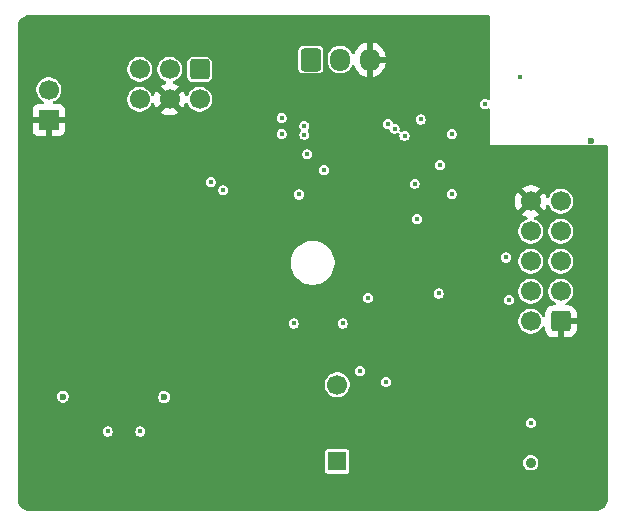
<source format=gbr>
%TF.GenerationSoftware,KiCad,Pcbnew,9.0.2*%
%TF.CreationDate,2025-06-19T10:12:08+02:00*%
%TF.ProjectId,Robobuoy-Sub-CPU-v2_1,526f626f-6275-46f7-992d-5375622d4350,2.0*%
%TF.SameCoordinates,Original*%
%TF.FileFunction,Copper,L2,Inr*%
%TF.FilePolarity,Positive*%
%FSLAX46Y46*%
G04 Gerber Fmt 4.6, Leading zero omitted, Abs format (unit mm)*
G04 Created by KiCad (PCBNEW 9.0.2) date 2025-06-19 10:12:08*
%MOMM*%
%LPD*%
G01*
G04 APERTURE LIST*
G04 Aperture macros list*
%AMRoundRect*
0 Rectangle with rounded corners*
0 $1 Rounding radius*
0 $2 $3 $4 $5 $6 $7 $8 $9 X,Y pos of 4 corners*
0 Add a 4 corners polygon primitive as box body*
4,1,4,$2,$3,$4,$5,$6,$7,$8,$9,$2,$3,0*
0 Add four circle primitives for the rounded corners*
1,1,$1+$1,$2,$3*
1,1,$1+$1,$4,$5*
1,1,$1+$1,$6,$7*
1,1,$1+$1,$8,$9*
0 Add four rect primitives between the rounded corners*
20,1,$1+$1,$2,$3,$4,$5,0*
20,1,$1+$1,$4,$5,$6,$7,0*
20,1,$1+$1,$6,$7,$8,$9,0*
20,1,$1+$1,$8,$9,$2,$3,0*%
G04 Aperture macros list end*
%TA.AperFunction,ComponentPad*%
%ADD10RoundRect,0.250000X-0.600000X0.600000X-0.600000X-0.600000X0.600000X-0.600000X0.600000X0.600000X0*%
%TD*%
%TA.AperFunction,ComponentPad*%
%ADD11C,1.700000*%
%TD*%
%TA.AperFunction,ComponentPad*%
%ADD12RoundRect,0.250000X0.600000X0.600000X-0.600000X0.600000X-0.600000X-0.600000X0.600000X-0.600000X0*%
%TD*%
%TA.AperFunction,ComponentPad*%
%ADD13RoundRect,0.250000X-0.600000X-0.725000X0.600000X-0.725000X0.600000X0.725000X-0.600000X0.725000X0*%
%TD*%
%TA.AperFunction,ComponentPad*%
%ADD14O,1.700000X1.950000*%
%TD*%
%TA.AperFunction,ComponentPad*%
%ADD15R,1.700000X1.700000*%
%TD*%
%TA.AperFunction,ComponentPad*%
%ADD16R,1.650000X1.650000*%
%TD*%
%TA.AperFunction,ViaPad*%
%ADD17C,0.450000*%
%TD*%
%TA.AperFunction,ViaPad*%
%ADD18C,0.600000*%
%TD*%
%TA.AperFunction,ViaPad*%
%ADD19C,0.800000*%
%TD*%
%TA.AperFunction,ViaPad*%
%ADD20C,0.900000*%
%TD*%
G04 APERTURE END LIST*
D10*
%TO.N,EN*%
%TO.C,J101*%
X-9577600Y16383000D03*
D11*
%TO.N,+3.3V*%
X-9577600Y13843000D03*
%TO.N,TX*%
X-12117600Y16383000D03*
%TO.N,GND*%
X-12117600Y13843000D03*
%TO.N,RX*%
X-14657600Y16383000D03*
%TO.N,DR0*%
X-14657600Y13843000D03*
%TD*%
D12*
%TO.N,GND*%
%TO.C,J108*%
X21004000Y-4953000D03*
D11*
%TO.N,+5V*%
X18464000Y-4953000D03*
%TO.N,ESC_BB*%
X21004000Y-2413000D03*
%TO.N,VSAMP*%
X18464000Y-2413000D03*
%TO.N,ESC_BB_PWR*%
X21004000Y127000D03*
%TO.N,ESC_SB*%
X18464000Y127000D03*
%TO.N,ON*%
X21004000Y2667000D03*
%TO.N,ESC_SB_PWR*%
X18464000Y2667000D03*
%TO.N,COMM*%
X21004000Y5207000D03*
%TO.N,GND*%
X18464000Y5207000D03*
%TD*%
D13*
%TO.N,+5V*%
%TO.C,J103*%
X-165000Y17212800D03*
D14*
%TO.N,Net-(J103-Pin_2)*%
X2335000Y17212800D03*
%TO.N,GND*%
X4835000Y17212800D03*
%TD*%
D15*
%TO.N,GND*%
%TO.C,SW101*%
X-22353800Y12110800D03*
D11*
%TO.N,EN*%
X-22353800Y14650800D03*
%TD*%
D16*
%TO.N,+5V*%
%TO.C,BZ101*%
X2082800Y-16813600D03*
D11*
%TO.N,Net-(BZ101--)*%
X2082800Y-10313600D03*
%TD*%
D17*
%TO.N,GND*%
X9829800Y-5384800D03*
D18*
X16687800Y-11252200D03*
D17*
X-7708900Y-11315700D03*
D19*
X-23954000Y-12877800D03*
D18*
X14986000Y-12319000D03*
D17*
X-11252200Y-18029000D03*
D19*
X-23291800Y16129000D03*
D17*
X-6299200Y-5588000D03*
D18*
X9656150Y-15853750D03*
D17*
X2286000Y5334000D03*
D19*
X-21691600Y-15367000D03*
D18*
X10197400Y-14655800D03*
D19*
X-18338800Y-10541000D03*
X-23954000Y-11353800D03*
D17*
X11582400Y-3378200D03*
D18*
X14044400Y19393000D03*
D19*
X-23895700Y-9530700D03*
D17*
X9880600Y1752600D03*
D18*
X14146000Y16002000D03*
D17*
X-2133600Y5537200D03*
X12496800Y4470400D03*
X-15643000Y-733000D03*
D18*
X23544000Y10337800D03*
D17*
X1374913Y13211313D03*
D19*
X-19648000Y-11328400D03*
D18*
X9621750Y-13390650D03*
D17*
X7620000Y8890000D03*
X3810000Y10160000D03*
X-4114800Y-5588000D03*
D20*
%TO.N,+5V*%
X18465800Y-16916400D03*
D17*
X11760200Y5827400D03*
X18491200Y-13538200D03*
X16623400Y-3112400D03*
X11760200Y10922000D03*
%TO.N,ESC_SB_PWR*%
X965200Y7874000D03*
X8636000Y6705600D03*
%TO.N,ESC_BB*%
X4673600Y-2946400D03*
X10668000Y-2590800D03*
%TO.N,ESC_SB*%
X6197600Y-10058400D03*
X4013200Y-9144000D03*
%TO.N,ON*%
X16357600Y457200D03*
%TO.N,+3.3V*%
X9144000Y12141200D03*
X8839200Y3708400D03*
D18*
X-12585000Y-11353800D03*
X-21148000Y-11328400D03*
D17*
X7772400Y10769600D03*
X10769600Y8280400D03*
%TO.N,SWITCH*%
X-17348200Y-14274800D03*
X-14605000Y-14274800D03*
%TO.N,LEDS*%
X2540000Y-5130800D03*
X-1600200Y-5130800D03*
%TO.N,Net-(U101-SDA{slash}GPIO21)*%
X6934200Y11353800D03*
X-2639600Y10925750D03*
X14554200Y13462000D03*
X-711200Y10845800D03*
%TO.N,Net-(U101-SCL{slash}GPIO22)*%
X-711200Y11582400D03*
X-2639600Y12263810D03*
X17576800Y15697200D03*
X6388100Y11747500D03*
%TO.N,RX_SUB*%
X-8636000Y6858000D03*
X-457200Y9194800D03*
%TO.N,TX_SUB*%
X-1158200Y5791200D03*
X-7569200Y6146800D03*
%TD*%
%TA.AperFunction,Conductor*%
%TO.N,GND*%
G36*
X14943039Y20969815D02*
G01*
X14988794Y20917011D01*
X15000000Y20865500D01*
X15000000Y13910717D01*
X14980315Y13843678D01*
X14927511Y13797923D01*
X14858353Y13787979D01*
X14814000Y13803330D01*
X14718439Y13858502D01*
X14718438Y13858503D01*
X14718437Y13858503D01*
X14610218Y13887500D01*
X14498182Y13887500D01*
X14389963Y13858503D01*
X14389960Y13858502D01*
X14292940Y13802487D01*
X14292934Y13802483D01*
X14213717Y13723266D01*
X14213713Y13723260D01*
X14157698Y13626240D01*
X14157697Y13626237D01*
X14128700Y13518018D01*
X14128700Y13405982D01*
X14157697Y13297763D01*
X14213715Y13200737D01*
X14292937Y13121515D01*
X14389963Y13065497D01*
X14498182Y13036500D01*
X14498184Y13036500D01*
X14610216Y13036500D01*
X14610218Y13036500D01*
X14718437Y13065497D01*
X14814002Y13120672D01*
X14881900Y13137144D01*
X14947927Y13114292D01*
X14991117Y13059371D01*
X15000000Y13013284D01*
X15000000Y10000000D01*
X24865500Y10000000D01*
X24932539Y9980315D01*
X24978294Y9927511D01*
X24989500Y9876000D01*
X24989500Y-19994587D01*
X24989028Y-20005394D01*
X24989028Y-20005395D01*
X24975412Y-20161017D01*
X24971659Y-20182303D01*
X24932633Y-20327950D01*
X24925240Y-20348261D01*
X24861517Y-20484915D01*
X24850710Y-20503633D01*
X24764220Y-20627154D01*
X24750326Y-20643712D01*
X24643712Y-20750326D01*
X24627154Y-20764220D01*
X24503633Y-20850710D01*
X24484915Y-20861517D01*
X24348261Y-20925240D01*
X24327950Y-20932633D01*
X24182303Y-20971659D01*
X24161017Y-20975412D01*
X24027247Y-20987116D01*
X24005393Y-20989028D01*
X23994588Y-20989500D01*
X-23994588Y-20989500D01*
X-24005394Y-20989028D01*
X-24030416Y-20986838D01*
X-24161018Y-20975412D01*
X-24182304Y-20971659D01*
X-24327951Y-20932633D01*
X-24348262Y-20925240D01*
X-24484916Y-20861517D01*
X-24503634Y-20850710D01*
X-24627155Y-20764220D01*
X-24643713Y-20750326D01*
X-24750327Y-20643712D01*
X-24764221Y-20627154D01*
X-24850711Y-20503633D01*
X-24861518Y-20484915D01*
X-24925241Y-20348261D01*
X-24932634Y-20327950D01*
X-24971662Y-20182297D01*
X-24975413Y-20161016D01*
X-24989028Y-20005394D01*
X-24989500Y-19994587D01*
X-24989500Y-15968847D01*
X1057300Y-15968847D01*
X1057300Y-17658352D01*
X1068931Y-17716829D01*
X1068932Y-17716830D01*
X1113247Y-17783152D01*
X1179569Y-17827467D01*
X1179570Y-17827468D01*
X1238047Y-17839099D01*
X1238050Y-17839100D01*
X1238052Y-17839100D01*
X2927550Y-17839100D01*
X2927551Y-17839099D01*
X2942368Y-17836152D01*
X2986029Y-17827468D01*
X2986029Y-17827467D01*
X2986031Y-17827467D01*
X3052352Y-17783152D01*
X3096667Y-17716831D01*
X3096667Y-17716829D01*
X3096668Y-17716829D01*
X3108299Y-17658352D01*
X3108300Y-17658350D01*
X3108300Y-16980471D01*
X17815299Y-16980471D01*
X17840297Y-17106138D01*
X17840299Y-17106144D01*
X17889333Y-17224524D01*
X17889338Y-17224533D01*
X17960523Y-17331068D01*
X17960526Y-17331072D01*
X18051127Y-17421673D01*
X18051131Y-17421676D01*
X18157666Y-17492861D01*
X18157672Y-17492864D01*
X18157673Y-17492865D01*
X18276056Y-17541901D01*
X18276060Y-17541901D01*
X18276061Y-17541902D01*
X18401728Y-17566900D01*
X18401731Y-17566900D01*
X18529871Y-17566900D01*
X18614415Y-17550082D01*
X18655544Y-17541901D01*
X18773927Y-17492865D01*
X18880469Y-17421676D01*
X18971076Y-17331069D01*
X19042265Y-17224527D01*
X19091301Y-17106144D01*
X19116300Y-16980469D01*
X19116300Y-16852331D01*
X19116300Y-16852328D01*
X19091302Y-16726661D01*
X19091301Y-16726660D01*
X19091301Y-16726656D01*
X19042265Y-16608273D01*
X19042264Y-16608272D01*
X19042261Y-16608266D01*
X18971076Y-16501731D01*
X18971073Y-16501727D01*
X18880472Y-16411126D01*
X18880468Y-16411123D01*
X18773933Y-16339938D01*
X18773924Y-16339933D01*
X18655544Y-16290899D01*
X18655538Y-16290897D01*
X18529871Y-16265900D01*
X18529869Y-16265900D01*
X18401731Y-16265900D01*
X18401729Y-16265900D01*
X18276061Y-16290897D01*
X18276055Y-16290899D01*
X18157675Y-16339933D01*
X18157666Y-16339938D01*
X18051131Y-16411123D01*
X18051127Y-16411126D01*
X17960526Y-16501727D01*
X17960523Y-16501731D01*
X17889338Y-16608266D01*
X17889333Y-16608275D01*
X17840299Y-16726655D01*
X17840297Y-16726661D01*
X17815300Y-16852328D01*
X17815300Y-16852331D01*
X17815300Y-16980469D01*
X17815300Y-16980471D01*
X17815299Y-16980471D01*
X3108300Y-16980471D01*
X3108300Y-15968849D01*
X3108299Y-15968847D01*
X3096668Y-15910370D01*
X3096667Y-15910369D01*
X3052352Y-15844047D01*
X2986030Y-15799732D01*
X2986029Y-15799731D01*
X2927552Y-15788100D01*
X2927548Y-15788100D01*
X1238052Y-15788100D01*
X1238047Y-15788100D01*
X1179570Y-15799731D01*
X1179569Y-15799732D01*
X1113247Y-15844047D01*
X1068932Y-15910369D01*
X1068931Y-15910370D01*
X1057300Y-15968847D01*
X-24989500Y-15968847D01*
X-24989500Y-14218782D01*
X-17773700Y-14218782D01*
X-17773700Y-14330818D01*
X-17744703Y-14439037D01*
X-17688685Y-14536063D01*
X-17609463Y-14615285D01*
X-17512437Y-14671303D01*
X-17404218Y-14700300D01*
X-17404216Y-14700300D01*
X-17292184Y-14700300D01*
X-17292182Y-14700300D01*
X-17183963Y-14671303D01*
X-17086937Y-14615285D01*
X-17007715Y-14536063D01*
X-16951697Y-14439037D01*
X-16922700Y-14330818D01*
X-16922700Y-14218782D01*
X-15030500Y-14218782D01*
X-15030500Y-14330818D01*
X-15001503Y-14439037D01*
X-14945485Y-14536063D01*
X-14866263Y-14615285D01*
X-14769237Y-14671303D01*
X-14661018Y-14700300D01*
X-14661016Y-14700300D01*
X-14548984Y-14700300D01*
X-14548982Y-14700300D01*
X-14440763Y-14671303D01*
X-14343737Y-14615285D01*
X-14264515Y-14536063D01*
X-14208497Y-14439037D01*
X-14179500Y-14330818D01*
X-14179500Y-14218782D01*
X-14208497Y-14110563D01*
X-14264515Y-14013537D01*
X-14343737Y-13934315D01*
X-14440763Y-13878297D01*
X-14548982Y-13849300D01*
X-14661018Y-13849300D01*
X-14769237Y-13878297D01*
X-14769240Y-13878298D01*
X-14866260Y-13934313D01*
X-14866266Y-13934317D01*
X-14945483Y-14013534D01*
X-14945487Y-14013540D01*
X-15001502Y-14110560D01*
X-15001503Y-14110563D01*
X-15030500Y-14218782D01*
X-16922700Y-14218782D01*
X-16951697Y-14110563D01*
X-17007715Y-14013537D01*
X-17086937Y-13934315D01*
X-17183963Y-13878297D01*
X-17292182Y-13849300D01*
X-17404218Y-13849300D01*
X-17512437Y-13878297D01*
X-17512440Y-13878298D01*
X-17609460Y-13934313D01*
X-17609466Y-13934317D01*
X-17688683Y-14013534D01*
X-17688687Y-14013540D01*
X-17744702Y-14110560D01*
X-17744703Y-14110563D01*
X-17773700Y-14218782D01*
X-24989500Y-14218782D01*
X-24989500Y-13482182D01*
X18065700Y-13482182D01*
X18065700Y-13594218D01*
X18094697Y-13702437D01*
X18150715Y-13799463D01*
X18229937Y-13878685D01*
X18326963Y-13934703D01*
X18435182Y-13963700D01*
X18435184Y-13963700D01*
X18547216Y-13963700D01*
X18547218Y-13963700D01*
X18655437Y-13934703D01*
X18752463Y-13878685D01*
X18831685Y-13799463D01*
X18887703Y-13702437D01*
X18916700Y-13594218D01*
X18916700Y-13482182D01*
X18887703Y-13373963D01*
X18831685Y-13276937D01*
X18752463Y-13197715D01*
X18655437Y-13141697D01*
X18547218Y-13112700D01*
X18435182Y-13112700D01*
X18326963Y-13141697D01*
X18326960Y-13141698D01*
X18229940Y-13197713D01*
X18229934Y-13197717D01*
X18150717Y-13276934D01*
X18150713Y-13276940D01*
X18094698Y-13373960D01*
X18094697Y-13373963D01*
X18065700Y-13482182D01*
X-24989500Y-13482182D01*
X-24989500Y-11262508D01*
X-21648500Y-11262508D01*
X-21648500Y-11394291D01*
X-21614392Y-11521587D01*
X-21599727Y-11546987D01*
X-21548500Y-11635714D01*
X-21455314Y-11728900D01*
X-21341186Y-11794792D01*
X-21213892Y-11828900D01*
X-21213890Y-11828900D01*
X-21082110Y-11828900D01*
X-21082108Y-11828900D01*
X-20954814Y-11794792D01*
X-20840686Y-11728900D01*
X-20747500Y-11635714D01*
X-20681608Y-11521586D01*
X-20647500Y-11394292D01*
X-20647500Y-11287908D01*
X-13085500Y-11287908D01*
X-13085500Y-11419691D01*
X-13051392Y-11546987D01*
X-13018446Y-11604050D01*
X-12985500Y-11661114D01*
X-12892314Y-11754300D01*
X-12778186Y-11820192D01*
X-12650892Y-11854300D01*
X-12650890Y-11854300D01*
X-12519110Y-11854300D01*
X-12519108Y-11854300D01*
X-12391814Y-11820192D01*
X-12277686Y-11754300D01*
X-12184500Y-11661114D01*
X-12118608Y-11546986D01*
X-12084500Y-11419692D01*
X-12084500Y-11287908D01*
X-12118608Y-11160614D01*
X-12184500Y-11046486D01*
X-12277686Y-10953300D01*
X-12334750Y-10920354D01*
X-12391813Y-10887408D01*
X-12486609Y-10862008D01*
X-12519108Y-10853300D01*
X-12650892Y-10853300D01*
X-12778188Y-10887408D01*
X-12892314Y-10953300D01*
X-12892317Y-10953302D01*
X-12985498Y-11046483D01*
X-12985500Y-11046486D01*
X-13051392Y-11160612D01*
X-13085500Y-11287908D01*
X-20647500Y-11287908D01*
X-20647500Y-11262508D01*
X-20681608Y-11135214D01*
X-20684863Y-11129577D01*
X-20690437Y-11119921D01*
X-20747500Y-11021086D01*
X-20840686Y-10927900D01*
X-20910820Y-10887408D01*
X-20954813Y-10862008D01*
X-21018461Y-10844954D01*
X-21082108Y-10827900D01*
X-21213892Y-10827900D01*
X-21341188Y-10862008D01*
X-21455314Y-10927900D01*
X-21455317Y-10927902D01*
X-21548498Y-11021083D01*
X-21548500Y-11021086D01*
X-21614392Y-11135212D01*
X-21648500Y-11262508D01*
X-24989500Y-11262508D01*
X-24989500Y-10210130D01*
X1032300Y-10210130D01*
X1032300Y-10417069D01*
X1045594Y-10483900D01*
X1072670Y-10620020D01*
X1151859Y-10811198D01*
X1185809Y-10862008D01*
X1266824Y-10983257D01*
X1413142Y-11129575D01*
X1413145Y-11129577D01*
X1585202Y-11244541D01*
X1776380Y-11323730D01*
X1979330Y-11364099D01*
X1979334Y-11364100D01*
X1979335Y-11364100D01*
X2186266Y-11364100D01*
X2186267Y-11364099D01*
X2389220Y-11323730D01*
X2580398Y-11244541D01*
X2752455Y-11129577D01*
X2898777Y-10983255D01*
X3013741Y-10811198D01*
X3092930Y-10620020D01*
X3133300Y-10417065D01*
X3133300Y-10210135D01*
X3092930Y-10007180D01*
X3090943Y-10002382D01*
X5772100Y-10002382D01*
X5772100Y-10114418D01*
X5801097Y-10222637D01*
X5857115Y-10319663D01*
X5936337Y-10398885D01*
X6033363Y-10454903D01*
X6141582Y-10483900D01*
X6141584Y-10483900D01*
X6253616Y-10483900D01*
X6253618Y-10483900D01*
X6361837Y-10454903D01*
X6458863Y-10398885D01*
X6538085Y-10319663D01*
X6594103Y-10222637D01*
X6623100Y-10114418D01*
X6623100Y-10002382D01*
X6594103Y-9894163D01*
X6538085Y-9797137D01*
X6458863Y-9717915D01*
X6361837Y-9661897D01*
X6253618Y-9632900D01*
X6141582Y-9632900D01*
X6033363Y-9661897D01*
X6033360Y-9661898D01*
X5936340Y-9717913D01*
X5936334Y-9717917D01*
X5857117Y-9797134D01*
X5857113Y-9797140D01*
X5801098Y-9894160D01*
X5801097Y-9894163D01*
X5772100Y-10002382D01*
X3090943Y-10002382D01*
X3013741Y-9816002D01*
X2898777Y-9643945D01*
X2898775Y-9643942D01*
X2752457Y-9497624D01*
X2666426Y-9440141D01*
X2580398Y-9382659D01*
X2400728Y-9308237D01*
X2389220Y-9303470D01*
X2389212Y-9303468D01*
X2186269Y-9263100D01*
X2186265Y-9263100D01*
X1979335Y-9263100D01*
X1979330Y-9263100D01*
X1776387Y-9303468D01*
X1776379Y-9303470D01*
X1585203Y-9382658D01*
X1413142Y-9497624D01*
X1266824Y-9643942D01*
X1151858Y-9816003D01*
X1072670Y-10007179D01*
X1072668Y-10007187D01*
X1032300Y-10210130D01*
X-24989500Y-10210130D01*
X-24989500Y-9087982D01*
X3587700Y-9087982D01*
X3587700Y-9200018D01*
X3616697Y-9308237D01*
X3672715Y-9405263D01*
X3751937Y-9484485D01*
X3848963Y-9540503D01*
X3957182Y-9569500D01*
X3957184Y-9569500D01*
X4069216Y-9569500D01*
X4069218Y-9569500D01*
X4177437Y-9540503D01*
X4274463Y-9484485D01*
X4353685Y-9405263D01*
X4409703Y-9308237D01*
X4438700Y-9200018D01*
X4438700Y-9087982D01*
X4409703Y-8979763D01*
X4353685Y-8882737D01*
X4274463Y-8803515D01*
X4177437Y-8747497D01*
X4069218Y-8718500D01*
X3957182Y-8718500D01*
X3848963Y-8747497D01*
X3848960Y-8747498D01*
X3751940Y-8803513D01*
X3751934Y-8803517D01*
X3672717Y-8882734D01*
X3672713Y-8882740D01*
X3616698Y-8979760D01*
X3616697Y-8979763D01*
X3587700Y-9087982D01*
X-24989500Y-9087982D01*
X-24989500Y-5074782D01*
X-2025700Y-5074782D01*
X-2025700Y-5186818D01*
X-1996703Y-5295037D01*
X-1940685Y-5392063D01*
X-1861463Y-5471285D01*
X-1764437Y-5527303D01*
X-1656218Y-5556300D01*
X-1656216Y-5556300D01*
X-1544184Y-5556300D01*
X-1544182Y-5556300D01*
X-1435963Y-5527303D01*
X-1338937Y-5471285D01*
X-1259715Y-5392063D01*
X-1203697Y-5295037D01*
X-1174700Y-5186818D01*
X-1174700Y-5074782D01*
X2114500Y-5074782D01*
X2114500Y-5186818D01*
X2143497Y-5295037D01*
X2199515Y-5392063D01*
X2278737Y-5471285D01*
X2375763Y-5527303D01*
X2483982Y-5556300D01*
X2483984Y-5556300D01*
X2596016Y-5556300D01*
X2596018Y-5556300D01*
X2704237Y-5527303D01*
X2801263Y-5471285D01*
X2880485Y-5392063D01*
X2936503Y-5295037D01*
X2965500Y-5186818D01*
X2965500Y-5074782D01*
X2936503Y-4966563D01*
X2880485Y-4869537D01*
X2860478Y-4849530D01*
X17413500Y-4849530D01*
X17413500Y-5056469D01*
X17453868Y-5259412D01*
X17453870Y-5259420D01*
X17533058Y-5450596D01*
X17648024Y-5622657D01*
X17794342Y-5768975D01*
X17794345Y-5768977D01*
X17966402Y-5883941D01*
X18157580Y-5963130D01*
X18360530Y-6003499D01*
X18360534Y-6003500D01*
X18360535Y-6003500D01*
X18567466Y-6003500D01*
X18567467Y-6003499D01*
X18770420Y-5963130D01*
X18961598Y-5883941D01*
X19133655Y-5768977D01*
X19279977Y-5622655D01*
X19394941Y-5450598D01*
X19415440Y-5401107D01*
X19459278Y-5346707D01*
X19525572Y-5324641D01*
X19593271Y-5341919D01*
X19640883Y-5393055D01*
X19654000Y-5448561D01*
X19654000Y-5602970D01*
X19654001Y-5602987D01*
X19664494Y-5705697D01*
X19719641Y-5872119D01*
X19719643Y-5872124D01*
X19811684Y-6021345D01*
X19935654Y-6145315D01*
X20084875Y-6237356D01*
X20084880Y-6237358D01*
X20251302Y-6292505D01*
X20251309Y-6292506D01*
X20354019Y-6302999D01*
X20753999Y-6302999D01*
X20754000Y-6302998D01*
X20754000Y-5386012D01*
X20811007Y-5418925D01*
X20938174Y-5453000D01*
X21069826Y-5453000D01*
X21196993Y-5418925D01*
X21254000Y-5386012D01*
X21254000Y-6302999D01*
X21653972Y-6302999D01*
X21653986Y-6302998D01*
X21756697Y-6292505D01*
X21923119Y-6237358D01*
X21923124Y-6237356D01*
X22072345Y-6145315D01*
X22196315Y-6021345D01*
X22288356Y-5872124D01*
X22288358Y-5872119D01*
X22343505Y-5705697D01*
X22343506Y-5705690D01*
X22353999Y-5602986D01*
X22354000Y-5602973D01*
X22354000Y-5203000D01*
X21437012Y-5203000D01*
X21469925Y-5145993D01*
X21504000Y-5018826D01*
X21504000Y-4887174D01*
X21469925Y-4760007D01*
X21437012Y-4703000D01*
X22353999Y-4703000D01*
X22353999Y-4303028D01*
X22353998Y-4303013D01*
X22343505Y-4200302D01*
X22288358Y-4033880D01*
X22288356Y-4033875D01*
X22196315Y-3884654D01*
X22072345Y-3760684D01*
X21923124Y-3668643D01*
X21923119Y-3668641D01*
X21756697Y-3613494D01*
X21756690Y-3613493D01*
X21653986Y-3603000D01*
X21499564Y-3603000D01*
X21432525Y-3583315D01*
X21386770Y-3530511D01*
X21376826Y-3461353D01*
X21405851Y-3397797D01*
X21452112Y-3364439D01*
X21458848Y-3361648D01*
X21501598Y-3343941D01*
X21673655Y-3228977D01*
X21819977Y-3082655D01*
X21934941Y-2910598D01*
X22014130Y-2719420D01*
X22054500Y-2516465D01*
X22054500Y-2309535D01*
X22014130Y-2106580D01*
X21934941Y-1915402D01*
X21819977Y-1743345D01*
X21819975Y-1743342D01*
X21673657Y-1597024D01*
X21587626Y-1539541D01*
X21501598Y-1482059D01*
X21310420Y-1402870D01*
X21310412Y-1402868D01*
X21107469Y-1362500D01*
X21107465Y-1362500D01*
X20900535Y-1362500D01*
X20900530Y-1362500D01*
X20697587Y-1402868D01*
X20697579Y-1402870D01*
X20506403Y-1482058D01*
X20334342Y-1597024D01*
X20188024Y-1743342D01*
X20073058Y-1915403D01*
X19993870Y-2106579D01*
X19993868Y-2106587D01*
X19953500Y-2309530D01*
X19953500Y-2516469D01*
X19993868Y-2719412D01*
X19993870Y-2719420D01*
X20048430Y-2851140D01*
X20073059Y-2910598D01*
X20098157Y-2948160D01*
X20188024Y-3082657D01*
X20334342Y-3228975D01*
X20334345Y-3228977D01*
X20506402Y-3343941D01*
X20555890Y-3364439D01*
X20610292Y-3408279D01*
X20632358Y-3474573D01*
X20615080Y-3542272D01*
X20563943Y-3589883D01*
X20508438Y-3603000D01*
X20354029Y-3603000D01*
X20354012Y-3603001D01*
X20251302Y-3613494D01*
X20084880Y-3668641D01*
X20084875Y-3668643D01*
X19935654Y-3760684D01*
X19811684Y-3884654D01*
X19719643Y-4033875D01*
X19719641Y-4033880D01*
X19664494Y-4200302D01*
X19664493Y-4200309D01*
X19654000Y-4303013D01*
X19654000Y-4457435D01*
X19634315Y-4524474D01*
X19581511Y-4570229D01*
X19512353Y-4580173D01*
X19448797Y-4551148D01*
X19415439Y-4504888D01*
X19394941Y-4455403D01*
X19394941Y-4455402D01*
X19279977Y-4283345D01*
X19279975Y-4283342D01*
X19133657Y-4137024D01*
X19047626Y-4079541D01*
X18961598Y-4022059D01*
X18770420Y-3942870D01*
X18770412Y-3942868D01*
X18567469Y-3902500D01*
X18567465Y-3902500D01*
X18360535Y-3902500D01*
X18360530Y-3902500D01*
X18157587Y-3942868D01*
X18157579Y-3942870D01*
X17966403Y-4022058D01*
X17794342Y-4137024D01*
X17648024Y-4283342D01*
X17533058Y-4455403D01*
X17453870Y-4646579D01*
X17453868Y-4646587D01*
X17413500Y-4849530D01*
X2860478Y-4849530D01*
X2801263Y-4790315D01*
X2704237Y-4734297D01*
X2596018Y-4705300D01*
X2483982Y-4705300D01*
X2375763Y-4734297D01*
X2375760Y-4734298D01*
X2278740Y-4790313D01*
X2278734Y-4790317D01*
X2199517Y-4869534D01*
X2199513Y-4869540D01*
X2143498Y-4966560D01*
X2143497Y-4966563D01*
X2114500Y-5074782D01*
X-1174700Y-5074782D01*
X-1203697Y-4966563D01*
X-1259715Y-4869537D01*
X-1338937Y-4790315D01*
X-1435963Y-4734297D01*
X-1544182Y-4705300D01*
X-1656218Y-4705300D01*
X-1764437Y-4734297D01*
X-1764440Y-4734298D01*
X-1861460Y-4790313D01*
X-1861466Y-4790317D01*
X-1940683Y-4869534D01*
X-1940687Y-4869540D01*
X-1996702Y-4966560D01*
X-1996703Y-4966563D01*
X-2025700Y-5074782D01*
X-24989500Y-5074782D01*
X-24989500Y-2890382D01*
X4248100Y-2890382D01*
X4248100Y-3002418D01*
X4277097Y-3110637D01*
X4333115Y-3207663D01*
X4412337Y-3286885D01*
X4509363Y-3342903D01*
X4617582Y-3371900D01*
X4617584Y-3371900D01*
X4729616Y-3371900D01*
X4729618Y-3371900D01*
X4837837Y-3342903D01*
X4934863Y-3286885D01*
X5014085Y-3207663D01*
X5070103Y-3110637D01*
X5084640Y-3056382D01*
X16197900Y-3056382D01*
X16197900Y-3168418D01*
X16226897Y-3276637D01*
X16282915Y-3373663D01*
X16362137Y-3452885D01*
X16459163Y-3508903D01*
X16567382Y-3537900D01*
X16567384Y-3537900D01*
X16679416Y-3537900D01*
X16679418Y-3537900D01*
X16787637Y-3508903D01*
X16884663Y-3452885D01*
X16963885Y-3373663D01*
X17019903Y-3276637D01*
X17048900Y-3168418D01*
X17048900Y-3056382D01*
X17019903Y-2948163D01*
X16963885Y-2851137D01*
X16884663Y-2771915D01*
X16787637Y-2715897D01*
X16679418Y-2686900D01*
X16567382Y-2686900D01*
X16459163Y-2715897D01*
X16459160Y-2715898D01*
X16362140Y-2771913D01*
X16362134Y-2771917D01*
X16282917Y-2851134D01*
X16282913Y-2851140D01*
X16226898Y-2948160D01*
X16226897Y-2948163D01*
X16197900Y-3056382D01*
X5084640Y-3056382D01*
X5099100Y-3002418D01*
X5099100Y-2890382D01*
X5070103Y-2782163D01*
X5014085Y-2685137D01*
X4934863Y-2605915D01*
X4837837Y-2549897D01*
X4781427Y-2534782D01*
X10242500Y-2534782D01*
X10242500Y-2646818D01*
X10261952Y-2719412D01*
X10271497Y-2755036D01*
X10271498Y-2755039D01*
X10281243Y-2771917D01*
X10327515Y-2852063D01*
X10406737Y-2931285D01*
X10503763Y-2987303D01*
X10611982Y-3016300D01*
X10611984Y-3016300D01*
X10724016Y-3016300D01*
X10724018Y-3016300D01*
X10832237Y-2987303D01*
X10929263Y-2931285D01*
X11008485Y-2852063D01*
X11064503Y-2755037D01*
X11093500Y-2646818D01*
X11093500Y-2534782D01*
X11064503Y-2426563D01*
X11008485Y-2329537D01*
X10988478Y-2309530D01*
X17413500Y-2309530D01*
X17413500Y-2516469D01*
X17453868Y-2719412D01*
X17453870Y-2719420D01*
X17508430Y-2851140D01*
X17533059Y-2910598D01*
X17558157Y-2948160D01*
X17648024Y-3082657D01*
X17794342Y-3228975D01*
X17794345Y-3228977D01*
X17966402Y-3343941D01*
X18157580Y-3423130D01*
X18349741Y-3461353D01*
X18360530Y-3463499D01*
X18360534Y-3463500D01*
X18360535Y-3463500D01*
X18567466Y-3463500D01*
X18567467Y-3463499D01*
X18770420Y-3423130D01*
X18961598Y-3343941D01*
X19133655Y-3228977D01*
X19279977Y-3082655D01*
X19394941Y-2910598D01*
X19474130Y-2719420D01*
X19514500Y-2516465D01*
X19514500Y-2309535D01*
X19474130Y-2106580D01*
X19394941Y-1915402D01*
X19279977Y-1743345D01*
X19279975Y-1743342D01*
X19133657Y-1597024D01*
X19047626Y-1539541D01*
X18961598Y-1482059D01*
X18770420Y-1402870D01*
X18770412Y-1402868D01*
X18567469Y-1362500D01*
X18567465Y-1362500D01*
X18360535Y-1362500D01*
X18360530Y-1362500D01*
X18157587Y-1402868D01*
X18157579Y-1402870D01*
X17966403Y-1482058D01*
X17794342Y-1597024D01*
X17648024Y-1743342D01*
X17533058Y-1915403D01*
X17453870Y-2106579D01*
X17453868Y-2106587D01*
X17413500Y-2309530D01*
X10988478Y-2309530D01*
X10929263Y-2250315D01*
X10832237Y-2194297D01*
X10724018Y-2165300D01*
X10611982Y-2165300D01*
X10503763Y-2194297D01*
X10503760Y-2194298D01*
X10406740Y-2250313D01*
X10406734Y-2250317D01*
X10327517Y-2329534D01*
X10327513Y-2329540D01*
X10271498Y-2426560D01*
X10271497Y-2426563D01*
X10242500Y-2534782D01*
X4781427Y-2534782D01*
X4729618Y-2520900D01*
X4617582Y-2520900D01*
X4509363Y-2549897D01*
X4509360Y-2549898D01*
X4412340Y-2605913D01*
X4412334Y-2605917D01*
X4333117Y-2685134D01*
X4333113Y-2685140D01*
X4277098Y-2782160D01*
X4277097Y-2782163D01*
X4248100Y-2890382D01*
X-24989500Y-2890382D01*
X-24989500Y121289D01*
X-1850500Y121289D01*
X-1850500Y-121288D01*
X-1818839Y-361785D01*
X-1756053Y-596104D01*
X-1669964Y-803941D01*
X-1663224Y-820212D01*
X-1541936Y-1030289D01*
X-1541934Y-1030292D01*
X-1541933Y-1030293D01*
X-1394267Y-1222736D01*
X-1394261Y-1222743D01*
X-1222744Y-1394260D01*
X-1222737Y-1394266D01*
X-1211524Y-1402870D01*
X-1030289Y-1541936D01*
X-820212Y-1663224D01*
X-596100Y-1756054D01*
X-361789Y-1818838D01*
X-181414Y-1842584D01*
X-121289Y-1850500D01*
X-121288Y-1850500D01*
X121289Y-1850500D01*
X169388Y-1844167D01*
X361789Y-1818838D01*
X596100Y-1756054D01*
X820212Y-1663224D01*
X1030289Y-1541936D01*
X1222738Y-1394265D01*
X1394265Y-1222738D01*
X1541936Y-1030289D01*
X1663224Y-820212D01*
X1756054Y-596100D01*
X1818838Y-361789D01*
X1850500Y-121288D01*
X1850500Y121288D01*
X1818838Y361789D01*
X1778262Y513218D01*
X15932100Y513218D01*
X15932100Y401182D01*
X15961097Y292963D01*
X16017115Y195937D01*
X16096337Y116715D01*
X16193363Y60697D01*
X16301582Y31700D01*
X16301584Y31700D01*
X16413616Y31700D01*
X16413618Y31700D01*
X16521837Y60697D01*
X16618863Y116715D01*
X16698085Y195937D01*
X16718023Y230470D01*
X17413500Y230470D01*
X17413500Y23531D01*
X17453868Y-179412D01*
X17453870Y-179420D01*
X17533058Y-370596D01*
X17648024Y-542657D01*
X17794342Y-688975D01*
X17794345Y-688977D01*
X17966402Y-803941D01*
X18157580Y-883130D01*
X18360530Y-923499D01*
X18360534Y-923500D01*
X18360535Y-923500D01*
X18567466Y-923500D01*
X18567467Y-923499D01*
X18770420Y-883130D01*
X18961598Y-803941D01*
X19133655Y-688977D01*
X19279977Y-542655D01*
X19394941Y-370598D01*
X19474130Y-179420D01*
X19514500Y23535D01*
X19514500Y230465D01*
X19514499Y230470D01*
X19953500Y230470D01*
X19953500Y23531D01*
X19993868Y-179412D01*
X19993870Y-179420D01*
X20073058Y-370596D01*
X20188024Y-542657D01*
X20334342Y-688975D01*
X20334345Y-688977D01*
X20506402Y-803941D01*
X20697580Y-883130D01*
X20900530Y-923499D01*
X20900534Y-923500D01*
X20900535Y-923500D01*
X21107466Y-923500D01*
X21107467Y-923499D01*
X21310420Y-883130D01*
X21501598Y-803941D01*
X21673655Y-688977D01*
X21819977Y-542655D01*
X21934941Y-370598D01*
X22014130Y-179420D01*
X22054500Y23535D01*
X22054500Y230465D01*
X22014130Y433420D01*
X21934941Y624598D01*
X21819977Y796655D01*
X21819975Y796658D01*
X21673657Y942976D01*
X21542975Y1030294D01*
X21501598Y1057941D01*
X21310420Y1137130D01*
X21310412Y1137132D01*
X21107469Y1177500D01*
X21107465Y1177500D01*
X20900535Y1177500D01*
X20900530Y1177500D01*
X20697587Y1137132D01*
X20697579Y1137130D01*
X20506403Y1057942D01*
X20334342Y942976D01*
X20188024Y796658D01*
X20073058Y624597D01*
X19993870Y433421D01*
X19993868Y433413D01*
X19953500Y230470D01*
X19514499Y230470D01*
X19474130Y433420D01*
X19394941Y624598D01*
X19279977Y796655D01*
X19279975Y796658D01*
X19133657Y942976D01*
X19002975Y1030294D01*
X18961598Y1057941D01*
X18770420Y1137130D01*
X18770412Y1137132D01*
X18567469Y1177500D01*
X18567465Y1177500D01*
X18360535Y1177500D01*
X18360530Y1177500D01*
X18157587Y1137132D01*
X18157579Y1137130D01*
X17966403Y1057942D01*
X17794342Y942976D01*
X17648024Y796658D01*
X17533058Y624597D01*
X17453870Y433421D01*
X17453868Y433413D01*
X17413500Y230470D01*
X16718023Y230470D01*
X16754103Y292963D01*
X16783100Y401182D01*
X16783100Y513218D01*
X16754103Y621437D01*
X16698085Y718463D01*
X16618863Y797685D01*
X16521837Y853703D01*
X16413618Y882700D01*
X16301582Y882700D01*
X16193363Y853703D01*
X16193360Y853702D01*
X16096340Y797687D01*
X16096334Y797683D01*
X16017117Y718466D01*
X16017113Y718460D01*
X15961098Y621440D01*
X15961097Y621437D01*
X15932100Y513218D01*
X1778262Y513218D01*
X1756054Y596100D01*
X1663224Y820212D01*
X1541936Y1030289D01*
X1394265Y1222738D01*
X1394260Y1222744D01*
X1222743Y1394261D01*
X1222736Y1394267D01*
X1030293Y1541933D01*
X1030292Y1541934D01*
X1030289Y1541936D01*
X831219Y1656869D01*
X820214Y1663223D01*
X820205Y1663227D01*
X596104Y1756053D01*
X361785Y1818839D01*
X121289Y1850500D01*
X121288Y1850500D01*
X-121288Y1850500D01*
X-121289Y1850500D01*
X-361786Y1818839D01*
X-596105Y1756053D01*
X-820206Y1663227D01*
X-820215Y1663223D01*
X-1030294Y1541933D01*
X-1222737Y1394267D01*
X-1222744Y1394261D01*
X-1394261Y1222744D01*
X-1394267Y1222737D01*
X-1541933Y1030294D01*
X-1663223Y820215D01*
X-1663227Y820206D01*
X-1756053Y596105D01*
X-1818839Y361786D01*
X-1850500Y121289D01*
X-24989500Y121289D01*
X-24989500Y3764418D01*
X8413700Y3764418D01*
X8413700Y3652382D01*
X8442697Y3544163D01*
X8498715Y3447137D01*
X8577937Y3367915D01*
X8674963Y3311897D01*
X8783182Y3282900D01*
X8783184Y3282900D01*
X8895216Y3282900D01*
X8895218Y3282900D01*
X9003437Y3311897D01*
X9100463Y3367915D01*
X9179685Y3447137D01*
X9235703Y3544163D01*
X9264700Y3652382D01*
X9264700Y3764418D01*
X9235703Y3872637D01*
X9179685Y3969663D01*
X9100463Y4048885D01*
X9003437Y4104903D01*
X8895218Y4133900D01*
X8783182Y4133900D01*
X8674963Y4104903D01*
X8674960Y4104902D01*
X8577940Y4048887D01*
X8577934Y4048883D01*
X8498717Y3969666D01*
X8498713Y3969660D01*
X8442698Y3872640D01*
X8442697Y3872637D01*
X8413700Y3764418D01*
X-24989500Y3764418D01*
X-24989500Y5313247D01*
X17114000Y5313247D01*
X17114000Y5100754D01*
X17147242Y4890873D01*
X17147242Y4890870D01*
X17212904Y4688783D01*
X17309375Y4499450D01*
X17348728Y4445284D01*
X17981037Y5077592D01*
X17998075Y5014007D01*
X18063901Y4899993D01*
X18156993Y4806901D01*
X18271007Y4741075D01*
X18334590Y4724038D01*
X17702282Y4091731D01*
X17702282Y4091730D01*
X17756449Y4052376D01*
X17945782Y3955905D01*
X18121973Y3898657D01*
X18179648Y3859220D01*
X18206847Y3794861D01*
X18194932Y3726015D01*
X18147688Y3674539D01*
X18131108Y3666165D01*
X17966403Y3597943D01*
X17794342Y3482976D01*
X17648024Y3336658D01*
X17533058Y3164597D01*
X17453870Y2973421D01*
X17453868Y2973413D01*
X17413500Y2770470D01*
X17413500Y2563531D01*
X17453868Y2360588D01*
X17453870Y2360580D01*
X17533058Y2169404D01*
X17648024Y1997343D01*
X17794342Y1851025D01*
X17794345Y1851023D01*
X17966402Y1736059D01*
X18157580Y1656870D01*
X18360530Y1616501D01*
X18360534Y1616500D01*
X18360535Y1616500D01*
X18567466Y1616500D01*
X18567467Y1616501D01*
X18770420Y1656870D01*
X18961598Y1736059D01*
X19133655Y1851023D01*
X19279977Y1997345D01*
X19394941Y2169402D01*
X19474130Y2360580D01*
X19514500Y2563535D01*
X19514500Y2770465D01*
X19514499Y2770470D01*
X19953500Y2770470D01*
X19953500Y2563531D01*
X19993868Y2360588D01*
X19993870Y2360580D01*
X20073058Y2169404D01*
X20188024Y1997343D01*
X20334342Y1851025D01*
X20334345Y1851023D01*
X20506402Y1736059D01*
X20697580Y1656870D01*
X20900530Y1616501D01*
X20900534Y1616500D01*
X20900535Y1616500D01*
X21107466Y1616500D01*
X21107467Y1616501D01*
X21310420Y1656870D01*
X21501598Y1736059D01*
X21673655Y1851023D01*
X21819977Y1997345D01*
X21934941Y2169402D01*
X22014130Y2360580D01*
X22054500Y2563535D01*
X22054500Y2770465D01*
X22014130Y2973420D01*
X21934941Y3164598D01*
X21819977Y3336655D01*
X21819975Y3336658D01*
X21673657Y3482976D01*
X21582082Y3544164D01*
X21501598Y3597941D01*
X21501593Y3597943D01*
X21310420Y3677130D01*
X21310412Y3677132D01*
X21107469Y3717500D01*
X21107465Y3717500D01*
X20900535Y3717500D01*
X20900530Y3717500D01*
X20697587Y3677132D01*
X20697579Y3677130D01*
X20506403Y3597942D01*
X20334342Y3482976D01*
X20188024Y3336658D01*
X20073058Y3164597D01*
X19993870Y2973421D01*
X19993868Y2973413D01*
X19953500Y2770470D01*
X19514499Y2770470D01*
X19474130Y2973420D01*
X19394941Y3164598D01*
X19279977Y3336655D01*
X19279975Y3336658D01*
X19133657Y3482976D01*
X19042082Y3544164D01*
X18961598Y3597941D01*
X18961593Y3597943D01*
X18899891Y3623501D01*
X18796890Y3666166D01*
X18742488Y3710006D01*
X18720423Y3776300D01*
X18737702Y3843999D01*
X18788839Y3891610D01*
X18806026Y3898657D01*
X18982217Y3955905D01*
X19171554Y4052378D01*
X19225716Y4091730D01*
X19225717Y4091730D01*
X18593408Y4724038D01*
X18656993Y4741075D01*
X18771007Y4806901D01*
X18864099Y4899993D01*
X18929925Y5014007D01*
X18946962Y5077591D01*
X19579270Y4445283D01*
X19579270Y4445284D01*
X19618622Y4499446D01*
X19715095Y4688783D01*
X19772343Y4864974D01*
X19811780Y4922649D01*
X19876139Y4949848D01*
X19944985Y4937934D01*
X19996461Y4890690D01*
X20004835Y4874109D01*
X20073058Y4709404D01*
X20188024Y4537343D01*
X20334342Y4391025D01*
X20334345Y4391023D01*
X20506402Y4276059D01*
X20697580Y4196870D01*
X20900530Y4156501D01*
X20900534Y4156500D01*
X20900535Y4156500D01*
X21107466Y4156500D01*
X21107467Y4156501D01*
X21310420Y4196870D01*
X21501598Y4276059D01*
X21673655Y4391023D01*
X21819977Y4537345D01*
X21934941Y4709402D01*
X22014130Y4900580D01*
X22054500Y5103535D01*
X22054500Y5310465D01*
X22014130Y5513420D01*
X21934941Y5704598D01*
X21819977Y5876655D01*
X21819975Y5876658D01*
X21673657Y6022976D01*
X21572174Y6090784D01*
X21501598Y6137941D01*
X21429302Y6167887D01*
X21310420Y6217130D01*
X21310412Y6217132D01*
X21107469Y6257500D01*
X21107465Y6257500D01*
X20900535Y6257500D01*
X20900530Y6257500D01*
X20697587Y6217132D01*
X20697579Y6217130D01*
X20506403Y6137942D01*
X20334342Y6022976D01*
X20188024Y5876658D01*
X20073057Y5704597D01*
X20004835Y5539892D01*
X19960994Y5485489D01*
X19894700Y5463424D01*
X19827000Y5480703D01*
X19779390Y5531841D01*
X19772343Y5549027D01*
X19715095Y5725218D01*
X19618624Y5914551D01*
X19579270Y5968718D01*
X19579269Y5968718D01*
X18946962Y5336410D01*
X18929925Y5399993D01*
X18864099Y5514007D01*
X18771007Y5607099D01*
X18656993Y5672925D01*
X18593409Y5689963D01*
X19225716Y6322272D01*
X19171550Y6361625D01*
X18982217Y6458096D01*
X18780129Y6523758D01*
X18570246Y6557000D01*
X18357754Y6557000D01*
X18147872Y6523758D01*
X18147869Y6523758D01*
X17945782Y6458096D01*
X17756439Y6361620D01*
X17702282Y6322273D01*
X17702282Y6322272D01*
X18334591Y5689963D01*
X18271007Y5672925D01*
X18156993Y5607099D01*
X18063901Y5514007D01*
X17998075Y5399993D01*
X17981037Y5336409D01*
X17348728Y5968718D01*
X17348727Y5968718D01*
X17309380Y5914561D01*
X17212904Y5725218D01*
X17147242Y5523131D01*
X17147242Y5523128D01*
X17114000Y5313247D01*
X-24989500Y5313247D01*
X-24989500Y6202818D01*
X-7994700Y6202818D01*
X-7994700Y6090782D01*
X-7965703Y5982563D01*
X-7909685Y5885537D01*
X-7830463Y5806315D01*
X-7733437Y5750297D01*
X-7625218Y5721300D01*
X-7625216Y5721300D01*
X-7513184Y5721300D01*
X-7513182Y5721300D01*
X-7404963Y5750297D01*
X-7307937Y5806315D01*
X-7267034Y5847218D01*
X-1583700Y5847218D01*
X-1583700Y5735182D01*
X-1554703Y5626963D01*
X-1498685Y5529937D01*
X-1419463Y5450715D01*
X-1322437Y5394697D01*
X-1214218Y5365700D01*
X-1214216Y5365700D01*
X-1102184Y5365700D01*
X-1102182Y5365700D01*
X-993963Y5394697D01*
X-896937Y5450715D01*
X-817715Y5529937D01*
X-761697Y5626963D01*
X-732700Y5735182D01*
X-732700Y5847218D01*
X-742400Y5883418D01*
X11334700Y5883418D01*
X11334700Y5771382D01*
X11363697Y5663163D01*
X11419715Y5566137D01*
X11498937Y5486915D01*
X11595963Y5430897D01*
X11704182Y5401900D01*
X11704184Y5401900D01*
X11816216Y5401900D01*
X11816218Y5401900D01*
X11924437Y5430897D01*
X12021463Y5486915D01*
X12100685Y5566137D01*
X12156703Y5663163D01*
X12185700Y5771382D01*
X12185700Y5883418D01*
X12156703Y5991637D01*
X12100685Y6088663D01*
X12021463Y6167885D01*
X11960961Y6202816D01*
X11924439Y6223902D01*
X11924438Y6223903D01*
X11924437Y6223903D01*
X11816218Y6252900D01*
X11704182Y6252900D01*
X11595963Y6223903D01*
X11595960Y6223902D01*
X11498940Y6167887D01*
X11498934Y6167883D01*
X11419717Y6088666D01*
X11419713Y6088660D01*
X11363698Y5991640D01*
X11363697Y5991637D01*
X11334700Y5883418D01*
X-742400Y5883418D01*
X-761697Y5955437D01*
X-817715Y6052463D01*
X-896937Y6131685D01*
X-993963Y6187703D01*
X-1102182Y6216700D01*
X-1214218Y6216700D01*
X-1322437Y6187703D01*
X-1322440Y6187702D01*
X-1419460Y6131687D01*
X-1419466Y6131683D01*
X-1498683Y6052466D01*
X-1498687Y6052460D01*
X-1554702Y5955440D01*
X-1554702Y5955439D01*
X-1554703Y5955437D01*
X-1583700Y5847218D01*
X-7267034Y5847218D01*
X-7228715Y5885537D01*
X-7172697Y5982563D01*
X-7143700Y6090782D01*
X-7143700Y6202818D01*
X-7172697Y6311037D01*
X-7228715Y6408063D01*
X-7307937Y6487285D01*
X-7401603Y6541363D01*
X-7404961Y6543302D01*
X-7404962Y6543303D01*
X-7404963Y6543303D01*
X-7513182Y6572300D01*
X-7625218Y6572300D01*
X-7733437Y6543303D01*
X-7733440Y6543302D01*
X-7830460Y6487287D01*
X-7830466Y6487283D01*
X-7909683Y6408066D01*
X-7909687Y6408060D01*
X-7965702Y6311040D01*
X-7965703Y6311037D01*
X-7994700Y6202818D01*
X-24989500Y6202818D01*
X-24989500Y6914018D01*
X-9061500Y6914018D01*
X-9061500Y6801982D01*
X-9032503Y6693763D01*
X-8976485Y6596737D01*
X-8897263Y6517515D01*
X-8800237Y6461497D01*
X-8692018Y6432500D01*
X-8692016Y6432500D01*
X-8579984Y6432500D01*
X-8579982Y6432500D01*
X-8471763Y6461497D01*
X-8374737Y6517515D01*
X-8295515Y6596737D01*
X-8239497Y6693763D01*
X-8221315Y6761618D01*
X8210500Y6761618D01*
X8210500Y6649582D01*
X8239497Y6541363D01*
X8295515Y6444337D01*
X8374737Y6365115D01*
X8471763Y6309097D01*
X8579982Y6280100D01*
X8579984Y6280100D01*
X8692016Y6280100D01*
X8692018Y6280100D01*
X8800237Y6309097D01*
X8897263Y6365115D01*
X8976485Y6444337D01*
X9032503Y6541363D01*
X9061500Y6649582D01*
X9061500Y6761618D01*
X9032503Y6869837D01*
X8976485Y6966863D01*
X8897263Y7046085D01*
X8800237Y7102103D01*
X8692018Y7131100D01*
X8579982Y7131100D01*
X8471763Y7102103D01*
X8471760Y7102102D01*
X8374740Y7046087D01*
X8374734Y7046083D01*
X8295517Y6966866D01*
X8295513Y6966860D01*
X8239498Y6869840D01*
X8239497Y6869837D01*
X8210500Y6761618D01*
X-8221315Y6761618D01*
X-8210500Y6801982D01*
X-8210500Y6914018D01*
X-8239497Y7022237D01*
X-8295515Y7119263D01*
X-8374737Y7198485D01*
X-8471763Y7254503D01*
X-8579982Y7283500D01*
X-8692018Y7283500D01*
X-8800237Y7254503D01*
X-8800240Y7254502D01*
X-8897260Y7198487D01*
X-8897266Y7198483D01*
X-8976483Y7119266D01*
X-8976487Y7119260D01*
X-9032502Y7022240D01*
X-9032503Y7022237D01*
X-9061500Y6914018D01*
X-24989500Y6914018D01*
X-24989500Y7930018D01*
X539700Y7930018D01*
X539700Y7817982D01*
X568697Y7709763D01*
X624715Y7612737D01*
X703937Y7533515D01*
X800963Y7477497D01*
X909182Y7448500D01*
X909184Y7448500D01*
X1021216Y7448500D01*
X1021218Y7448500D01*
X1129437Y7477497D01*
X1226463Y7533515D01*
X1305685Y7612737D01*
X1361703Y7709763D01*
X1390700Y7817982D01*
X1390700Y7930018D01*
X1361703Y8038237D01*
X1305685Y8135263D01*
X1226463Y8214485D01*
X1129437Y8270503D01*
X1021218Y8299500D01*
X909182Y8299500D01*
X800963Y8270503D01*
X800960Y8270502D01*
X703940Y8214487D01*
X703934Y8214483D01*
X624717Y8135266D01*
X624713Y8135260D01*
X568698Y8038240D01*
X568697Y8038237D01*
X539700Y7930018D01*
X-24989500Y7930018D01*
X-24989500Y8336418D01*
X10344100Y8336418D01*
X10344100Y8224382D01*
X10373097Y8116163D01*
X10429115Y8019137D01*
X10508337Y7939915D01*
X10605363Y7883897D01*
X10713582Y7854900D01*
X10713584Y7854900D01*
X10825616Y7854900D01*
X10825618Y7854900D01*
X10933837Y7883897D01*
X11030863Y7939915D01*
X11110085Y8019137D01*
X11166103Y8116163D01*
X11195100Y8224382D01*
X11195100Y8336418D01*
X11166103Y8444637D01*
X11110085Y8541663D01*
X11030863Y8620885D01*
X10933837Y8676903D01*
X10825618Y8705900D01*
X10713582Y8705900D01*
X10605363Y8676903D01*
X10605360Y8676902D01*
X10508340Y8620887D01*
X10508334Y8620883D01*
X10429117Y8541666D01*
X10429113Y8541660D01*
X10373098Y8444640D01*
X10373097Y8444637D01*
X10344100Y8336418D01*
X-24989500Y8336418D01*
X-24989500Y9250818D01*
X-882700Y9250818D01*
X-882700Y9138782D01*
X-853703Y9030563D01*
X-797685Y8933537D01*
X-718463Y8854315D01*
X-621437Y8798297D01*
X-513218Y8769300D01*
X-513216Y8769300D01*
X-401184Y8769300D01*
X-401182Y8769300D01*
X-292963Y8798297D01*
X-195937Y8854315D01*
X-116715Y8933537D01*
X-60697Y9030563D01*
X-31700Y9138782D01*
X-31700Y9250818D01*
X-60697Y9359037D01*
X-116715Y9456063D01*
X-195937Y9535285D01*
X-292963Y9591303D01*
X-401182Y9620300D01*
X-513218Y9620300D01*
X-621437Y9591303D01*
X-621440Y9591302D01*
X-718460Y9535287D01*
X-718466Y9535283D01*
X-797683Y9456066D01*
X-797687Y9456060D01*
X-853702Y9359040D01*
X-853703Y9359037D01*
X-882700Y9250818D01*
X-24989500Y9250818D01*
X-24989500Y13008645D01*
X-23703800Y13008645D01*
X-23703800Y12360800D01*
X-22786812Y12360800D01*
X-22819725Y12303793D01*
X-22853800Y12176626D01*
X-22853800Y12044974D01*
X-22819725Y11917807D01*
X-22786812Y11860800D01*
X-23703800Y11860800D01*
X-23703800Y11212956D01*
X-23697399Y11153428D01*
X-23697397Y11153421D01*
X-23647155Y11018714D01*
X-23647151Y11018707D01*
X-23560991Y10903613D01*
X-23560988Y10903610D01*
X-23445894Y10817450D01*
X-23445887Y10817446D01*
X-23311180Y10767204D01*
X-23311173Y10767202D01*
X-23251645Y10760801D01*
X-23251628Y10760800D01*
X-22603800Y10760800D01*
X-22603800Y11677788D01*
X-22546793Y11644875D01*
X-22419626Y11610800D01*
X-22287974Y11610800D01*
X-22160807Y11644875D01*
X-22103800Y11677788D01*
X-22103800Y10760800D01*
X-21455972Y10760800D01*
X-21455956Y10760801D01*
X-21396428Y10767202D01*
X-21396421Y10767204D01*
X-21261714Y10817446D01*
X-21261707Y10817450D01*
X-21146613Y10903610D01*
X-21146610Y10903613D01*
X-21088103Y10981768D01*
X-3065100Y10981768D01*
X-3065100Y10869732D01*
X-3043677Y10789782D01*
X-3036103Y10761514D01*
X-3036102Y10761511D01*
X-3033939Y10757764D01*
X-2980085Y10664487D01*
X-2900863Y10585265D01*
X-2803837Y10529247D01*
X-2695618Y10500250D01*
X-2695616Y10500250D01*
X-2583584Y10500250D01*
X-2583582Y10500250D01*
X-2475363Y10529247D01*
X-2378337Y10585265D01*
X-2299115Y10664487D01*
X-2243097Y10761513D01*
X-2214100Y10869732D01*
X-2214100Y10981768D01*
X-2243097Y11089987D01*
X-2299115Y11187013D01*
X-2378337Y11266235D01*
X-2473425Y11321134D01*
X-2475361Y11322252D01*
X-2475362Y11322253D01*
X-2475363Y11322253D01*
X-2583582Y11351250D01*
X-2695618Y11351250D01*
X-2803837Y11322253D01*
X-2803840Y11322252D01*
X-2900860Y11266237D01*
X-2900866Y11266233D01*
X-2980083Y11187016D01*
X-2980087Y11187010D01*
X-3036102Y11089990D01*
X-3036103Y11089987D01*
X-3065100Y10981768D01*
X-21088103Y10981768D01*
X-21060450Y11018707D01*
X-21060446Y11018714D01*
X-21055032Y11033228D01*
X-21010204Y11153421D01*
X-21010202Y11153428D01*
X-21003801Y11212956D01*
X-21003800Y11212973D01*
X-21003800Y11638418D01*
X-1136700Y11638418D01*
X-1136700Y11526382D01*
X-1125942Y11486235D01*
X-1107703Y11418164D01*
X-1107702Y11418161D01*
X-1101267Y11407015D01*
X-1051685Y11321137D01*
X-1051683Y11321135D01*
X-1051682Y11321134D01*
X-1032328Y11301779D01*
X-998844Y11240456D01*
X-1003830Y11170764D01*
X-1032328Y11126421D01*
X-1051682Y11107067D01*
X-1051687Y11107060D01*
X-1107702Y11010040D01*
X-1107703Y11010037D01*
X-1136700Y10901818D01*
X-1136700Y10789782D01*
X-1116282Y10713583D01*
X-1107703Y10681564D01*
X-1107702Y10681561D01*
X-1097844Y10664487D01*
X-1051685Y10584537D01*
X-972463Y10505315D01*
X-875437Y10449297D01*
X-767218Y10420300D01*
X-767216Y10420300D01*
X-655184Y10420300D01*
X-655182Y10420300D01*
X-546963Y10449297D01*
X-449937Y10505315D01*
X-370715Y10584537D01*
X-314697Y10681563D01*
X-285700Y10789782D01*
X-285700Y10901818D01*
X-314697Y11010037D01*
X-370715Y11107063D01*
X-390071Y11126419D01*
X-423556Y11187742D01*
X-418572Y11257434D01*
X-390071Y11301781D01*
X-389537Y11302315D01*
X-370715Y11321137D01*
X-314697Y11418163D01*
X-285700Y11526382D01*
X-285700Y11638418D01*
X-314697Y11746637D01*
X-347537Y11803518D01*
X5962600Y11803518D01*
X5962600Y11691482D01*
X5991597Y11583263D01*
X6047615Y11486237D01*
X6126837Y11407015D01*
X6223863Y11350997D01*
X6332082Y11322000D01*
X6332084Y11322000D01*
X6407062Y11322000D01*
X6474101Y11302315D01*
X6519856Y11249511D01*
X6526837Y11230094D01*
X6537697Y11189562D01*
X6537698Y11189561D01*
X6541334Y11183263D01*
X6593715Y11092537D01*
X6672937Y11013315D01*
X6769963Y10957297D01*
X6878182Y10928300D01*
X6878184Y10928300D01*
X6990216Y10928300D01*
X6990218Y10928300D01*
X7098437Y10957297D01*
X7174860Y11001421D01*
X7242756Y11017892D01*
X7308783Y10995040D01*
X7351974Y10940119D01*
X7358616Y10870566D01*
X7356632Y10861940D01*
X7346900Y10825620D01*
X7346900Y10825618D01*
X7346900Y10713582D01*
X7375897Y10605363D01*
X7431915Y10508337D01*
X7511137Y10429115D01*
X7608163Y10373097D01*
X7716382Y10344100D01*
X7716384Y10344100D01*
X7828416Y10344100D01*
X7828418Y10344100D01*
X7936637Y10373097D01*
X8033663Y10429115D01*
X8112885Y10508337D01*
X8168903Y10605363D01*
X8197900Y10713582D01*
X8197900Y10825618D01*
X8168903Y10933837D01*
X8143395Y10978018D01*
X11334700Y10978018D01*
X11334700Y10865982D01*
X11363697Y10757763D01*
X11419715Y10660737D01*
X11498937Y10581515D01*
X11595963Y10525497D01*
X11704182Y10496500D01*
X11704184Y10496500D01*
X11816216Y10496500D01*
X11816218Y10496500D01*
X11924437Y10525497D01*
X12021463Y10581515D01*
X12100685Y10660737D01*
X12156703Y10757763D01*
X12185700Y10865982D01*
X12185700Y10978018D01*
X12156703Y11086237D01*
X12100685Y11183263D01*
X12021463Y11262485D01*
X11924437Y11318503D01*
X11816218Y11347500D01*
X11704182Y11347500D01*
X11595963Y11318503D01*
X11595960Y11318502D01*
X11498940Y11262487D01*
X11498934Y11262483D01*
X11419717Y11183266D01*
X11419713Y11183260D01*
X11363698Y11086240D01*
X11363697Y11086237D01*
X11334700Y10978018D01*
X8143395Y10978018D01*
X8112885Y11030863D01*
X8033663Y11110085D01*
X7936637Y11166103D01*
X7828418Y11195100D01*
X7716382Y11195100D01*
X7608163Y11166103D01*
X7608162Y11166103D01*
X7531741Y11121981D01*
X7463841Y11105509D01*
X7397814Y11128362D01*
X7354624Y11183284D01*
X7347983Y11252837D01*
X7349963Y11261446D01*
X7359700Y11297782D01*
X7359700Y11409818D01*
X7330703Y11518037D01*
X7274685Y11615063D01*
X7195463Y11694285D01*
X7108145Y11744698D01*
X7098439Y11750302D01*
X7098438Y11750303D01*
X7098437Y11750303D01*
X6990218Y11779300D01*
X6915238Y11779300D01*
X6848199Y11798985D01*
X6802444Y11851789D01*
X6795463Y11871206D01*
X6793124Y11879935D01*
X6784603Y11911737D01*
X6728585Y12008763D01*
X6649363Y12087985D01*
X6552337Y12144003D01*
X6444118Y12173000D01*
X6332082Y12173000D01*
X6223863Y12144003D01*
X6223860Y12144002D01*
X6126840Y12087987D01*
X6126834Y12087983D01*
X6047617Y12008766D01*
X6047613Y12008760D01*
X5991598Y11911740D01*
X5991598Y11911739D01*
X5991597Y11911737D01*
X5962600Y11803518D01*
X-347537Y11803518D01*
X-370715Y11843663D01*
X-449937Y11922885D01*
X-543603Y11976963D01*
X-546961Y11978902D01*
X-546962Y11978903D01*
X-546963Y11978903D01*
X-655182Y12007900D01*
X-767218Y12007900D01*
X-875437Y11978903D01*
X-875440Y11978902D01*
X-972460Y11922887D01*
X-972466Y11922883D01*
X-1051683Y11843666D01*
X-1051687Y11843660D01*
X-1107702Y11746640D01*
X-1107703Y11746637D01*
X-1136700Y11638418D01*
X-21003800Y11638418D01*
X-21003800Y11860800D01*
X-21920788Y11860800D01*
X-21887875Y11917807D01*
X-21853800Y12044974D01*
X-21853800Y12176626D01*
X-21887875Y12303793D01*
X-21897133Y12319828D01*
X-3065100Y12319828D01*
X-3065100Y12207792D01*
X-3036103Y12099573D01*
X-2980085Y12002547D01*
X-2900863Y11923325D01*
X-2803837Y11867307D01*
X-2695618Y11838310D01*
X-2695616Y11838310D01*
X-2583584Y11838310D01*
X-2583582Y11838310D01*
X-2475363Y11867307D01*
X-2378337Y11923325D01*
X-2299115Y12002547D01*
X-2243097Y12099573D01*
X-2216933Y12197218D01*
X8718500Y12197218D01*
X8718500Y12085182D01*
X8747497Y11976963D01*
X8803515Y11879937D01*
X8882737Y11800715D01*
X8979763Y11744697D01*
X9087982Y11715700D01*
X9087984Y11715700D01*
X9200016Y11715700D01*
X9200018Y11715700D01*
X9308237Y11744697D01*
X9405263Y11800715D01*
X9484485Y11879937D01*
X9540503Y11976963D01*
X9569500Y12085182D01*
X9569500Y12197218D01*
X9540503Y12305437D01*
X9484485Y12402463D01*
X9405263Y12481685D01*
X9308237Y12537703D01*
X9200018Y12566700D01*
X9087982Y12566700D01*
X8979763Y12537703D01*
X8979760Y12537702D01*
X8882740Y12481687D01*
X8882734Y12481683D01*
X8803517Y12402466D01*
X8803513Y12402460D01*
X8747498Y12305440D01*
X8747497Y12305437D01*
X8718500Y12197218D01*
X-2216933Y12197218D01*
X-2214100Y12207792D01*
X-2214100Y12319828D01*
X-2243097Y12428047D01*
X-2299115Y12525073D01*
X-2378337Y12604295D01*
X-2475363Y12660313D01*
X-2583582Y12689310D01*
X-2695618Y12689310D01*
X-2803837Y12660313D01*
X-2803840Y12660312D01*
X-2900860Y12604297D01*
X-2900866Y12604293D01*
X-2980083Y12525076D01*
X-2980087Y12525070D01*
X-3036102Y12428050D01*
X-3036103Y12428047D01*
X-3065100Y12319828D01*
X-21897133Y12319828D01*
X-21920788Y12360800D01*
X-21003800Y12360800D01*
X-21003800Y13008628D01*
X-21003801Y13008645D01*
X-21010202Y13068173D01*
X-21010204Y13068180D01*
X-21060446Y13202887D01*
X-21060450Y13202894D01*
X-21146610Y13317988D01*
X-21146613Y13317991D01*
X-21261707Y13404151D01*
X-21261714Y13404155D01*
X-21396421Y13454397D01*
X-21396428Y13454399D01*
X-21455956Y13460800D01*
X-21858235Y13460800D01*
X-21925274Y13480485D01*
X-21971029Y13533289D01*
X-21980973Y13602447D01*
X-21951948Y13666003D01*
X-21905688Y13699361D01*
X-21900192Y13701638D01*
X-21856202Y13719859D01*
X-21684145Y13834823D01*
X-21572498Y13946470D01*
X-15708100Y13946470D01*
X-15708100Y13739531D01*
X-15667732Y13536588D01*
X-15667730Y13536580D01*
X-15601661Y13377075D01*
X-15588541Y13345402D01*
X-15531059Y13259374D01*
X-15473576Y13173343D01*
X-15327258Y13027025D01*
X-15327255Y13027023D01*
X-15155198Y12912059D01*
X-14964020Y12832870D01*
X-14761070Y12792501D01*
X-14761066Y12792500D01*
X-14761065Y12792500D01*
X-14554134Y12792500D01*
X-14554133Y12792501D01*
X-14351180Y12832870D01*
X-14160002Y12912059D01*
X-13987945Y13027023D01*
X-13841623Y13173345D01*
X-13726659Y13345402D01*
X-13658435Y13510111D01*
X-13614596Y13564512D01*
X-13548302Y13586577D01*
X-13480602Y13569298D01*
X-13432991Y13518161D01*
X-13425944Y13500974D01*
X-13368696Y13324784D01*
X-13272225Y13135450D01*
X-13232872Y13081284D01*
X-12600563Y13713592D01*
X-12583525Y13650007D01*
X-12517699Y13535993D01*
X-12424607Y13442901D01*
X-12310593Y13377075D01*
X-12247010Y13360038D01*
X-12879318Y12727731D01*
X-12879318Y12727730D01*
X-12825151Y12688376D01*
X-12635818Y12591905D01*
X-12433730Y12526243D01*
X-12223846Y12493000D01*
X-12011354Y12493000D01*
X-11801473Y12526243D01*
X-11801470Y12526243D01*
X-11599383Y12591905D01*
X-11410046Y12688378D01*
X-11355884Y12727730D01*
X-11355883Y12727730D01*
X-11988192Y13360038D01*
X-11924607Y13377075D01*
X-11810593Y13442901D01*
X-11717501Y13535993D01*
X-11651675Y13650007D01*
X-11634638Y13713592D01*
X-11002330Y13081283D01*
X-11002330Y13081284D01*
X-10962978Y13135446D01*
X-10866505Y13324783D01*
X-10809257Y13500974D01*
X-10769820Y13558649D01*
X-10705461Y13585848D01*
X-10636615Y13573934D01*
X-10585139Y13526690D01*
X-10576767Y13510113D01*
X-10556341Y13460800D01*
X-10521661Y13377075D01*
X-10508541Y13345402D01*
X-10451059Y13259374D01*
X-10393576Y13173343D01*
X-10247258Y13027025D01*
X-10247255Y13027023D01*
X-10075198Y12912059D01*
X-9884020Y12832870D01*
X-9681070Y12792501D01*
X-9681066Y12792500D01*
X-9681065Y12792500D01*
X-9474134Y12792500D01*
X-9474133Y12792501D01*
X-9271180Y12832870D01*
X-9080002Y12912059D01*
X-8907945Y13027023D01*
X-8761623Y13173345D01*
X-8646659Y13345402D01*
X-8567470Y13536580D01*
X-8527100Y13739535D01*
X-8527100Y13946465D01*
X-8567470Y14149420D01*
X-8646659Y14340598D01*
X-8761623Y14512655D01*
X-8761625Y14512658D01*
X-8907943Y14658976D01*
X-9050562Y14754270D01*
X-9080002Y14773941D01*
X-9271180Y14853130D01*
X-9271188Y14853132D01*
X-9474131Y14893500D01*
X-9474135Y14893500D01*
X-9681065Y14893500D01*
X-9681070Y14893500D01*
X-9884013Y14853132D01*
X-9884021Y14853130D01*
X-10075197Y14773942D01*
X-10247258Y14658976D01*
X-10393576Y14512658D01*
X-10508543Y14340597D01*
X-10576765Y14175892D01*
X-10620606Y14121489D01*
X-10686900Y14099424D01*
X-10754600Y14116703D01*
X-10802210Y14167841D01*
X-10809257Y14185027D01*
X-10866505Y14361218D01*
X-10962976Y14550551D01*
X-11002330Y14604718D01*
X-11002331Y14604718D01*
X-11634638Y13972410D01*
X-11651675Y14035993D01*
X-11717501Y14150007D01*
X-11810593Y14243099D01*
X-11924607Y14308925D01*
X-11988191Y14325963D01*
X-11355884Y14958272D01*
X-11410050Y14997625D01*
X-11599384Y15094096D01*
X-11775574Y15151344D01*
X-11833250Y15190782D01*
X-11860448Y15255140D01*
X-11848533Y15323987D01*
X-11801289Y15375462D01*
X-11784718Y15383832D01*
X-11620002Y15452059D01*
X-11447945Y15567023D01*
X-11301623Y15713345D01*
X-11186659Y15885402D01*
X-11107470Y16076580D01*
X-11067100Y16279535D01*
X-11067100Y16486465D01*
X-11107470Y16689420D01*
X-11186659Y16880598D01*
X-11247247Y16971275D01*
X-11247248Y16971278D01*
X-11291343Y17037270D01*
X-10628100Y17037270D01*
X-10628100Y15728731D01*
X-10625247Y15698301D01*
X-10625247Y15698299D01*
X-10584460Y15581741D01*
X-10580393Y15570118D01*
X-10499750Y15460850D01*
X-10390482Y15380207D01*
X-10369511Y15372869D01*
X-10262301Y15335354D01*
X-10231870Y15332500D01*
X-10231866Y15332500D01*
X-8923330Y15332500D01*
X-8892901Y15335354D01*
X-8892899Y15335354D01*
X-8828810Y15357781D01*
X-8764718Y15380207D01*
X-8655450Y15460850D01*
X-8574807Y15570118D01*
X-8552381Y15634210D01*
X-8529954Y15698299D01*
X-8529954Y15698301D01*
X-8527100Y15728731D01*
X-8527100Y17037270D01*
X-8529954Y17067700D01*
X-8529954Y17067702D01*
X-8574807Y17195881D01*
X-8574808Y17195883D01*
X-8655450Y17305150D01*
X-8764718Y17385793D01*
X-8764720Y17385794D01*
X-8892900Y17430647D01*
X-8923330Y17433500D01*
X-8923334Y17433500D01*
X-10231866Y17433500D01*
X-10231870Y17433500D01*
X-10262300Y17430647D01*
X-10262302Y17430647D01*
X-10390481Y17385794D01*
X-10390483Y17385793D01*
X-10499750Y17305150D01*
X-10580393Y17195883D01*
X-10580394Y17195881D01*
X-10625247Y17067702D01*
X-10625247Y17067700D01*
X-10628100Y17037270D01*
X-11291343Y17037270D01*
X-11301620Y17052651D01*
X-11301626Y17052659D01*
X-11447943Y17198976D01*
X-11562224Y17275335D01*
X-11620002Y17313941D01*
X-11811180Y17393130D01*
X-11811188Y17393132D01*
X-12014131Y17433500D01*
X-12014135Y17433500D01*
X-12221065Y17433500D01*
X-12221070Y17433500D01*
X-12424013Y17393132D01*
X-12424021Y17393130D01*
X-12615197Y17313942D01*
X-12787258Y17198976D01*
X-12933576Y17052658D01*
X-13048542Y16880597D01*
X-13127730Y16689421D01*
X-13127732Y16689413D01*
X-13168100Y16486470D01*
X-13168100Y16279531D01*
X-13127732Y16076588D01*
X-13127730Y16076580D01*
X-13048542Y15885404D01*
X-12933576Y15713343D01*
X-12787258Y15567025D01*
X-12615195Y15452057D01*
X-12512557Y15409544D01*
X-12450492Y15383836D01*
X-12396089Y15339995D01*
X-12374024Y15273701D01*
X-12391303Y15206002D01*
X-12442440Y15158391D01*
X-12459626Y15151344D01*
X-12635819Y15094095D01*
X-12825161Y14997620D01*
X-12879318Y14958273D01*
X-12879318Y14958272D01*
X-12247009Y14325963D01*
X-12310593Y14308925D01*
X-12424607Y14243099D01*
X-12517699Y14150007D01*
X-12583525Y14035993D01*
X-12600563Y13972409D01*
X-13232872Y14604718D01*
X-13232873Y14604718D01*
X-13272220Y14550561D01*
X-13368695Y14361219D01*
X-13425944Y14185026D01*
X-13465382Y14127351D01*
X-13529741Y14100153D01*
X-13598587Y14112068D01*
X-13650063Y14159312D01*
X-13658436Y14175893D01*
X-13726657Y14340595D01*
X-13841625Y14512658D01*
X-13987943Y14658976D01*
X-14130562Y14754270D01*
X-14160002Y14773941D01*
X-14351180Y14853130D01*
X-14351188Y14853132D01*
X-14554131Y14893500D01*
X-14554135Y14893500D01*
X-14761065Y14893500D01*
X-14761070Y14893500D01*
X-14964013Y14853132D01*
X-14964021Y14853130D01*
X-15155197Y14773942D01*
X-15327258Y14658976D01*
X-15473576Y14512658D01*
X-15588542Y14340597D01*
X-15667730Y14149421D01*
X-15667732Y14149413D01*
X-15708100Y13946470D01*
X-21572498Y13946470D01*
X-21537823Y13981145D01*
X-21523482Y14002609D01*
X-21510893Y14021448D01*
X-21484040Y14061638D01*
X-21422859Y14153202D01*
X-21343670Y14344380D01*
X-21303300Y14547335D01*
X-21303300Y14754265D01*
X-21343670Y14957220D01*
X-21422859Y15148398D01*
X-21537823Y15320455D01*
X-21537825Y15320458D01*
X-21684143Y15466776D01*
X-21838810Y15570120D01*
X-21856202Y15581741D01*
X-22047380Y15660930D01*
X-22047388Y15660932D01*
X-22250331Y15701300D01*
X-22250335Y15701300D01*
X-22457265Y15701300D01*
X-22457270Y15701300D01*
X-22660213Y15660932D01*
X-22660221Y15660930D01*
X-22851397Y15581742D01*
X-23023458Y15466776D01*
X-23169776Y15320458D01*
X-23284742Y15148397D01*
X-23363930Y14957221D01*
X-23363932Y14957213D01*
X-23404300Y14754270D01*
X-23404300Y14547331D01*
X-23363932Y14344388D01*
X-23363930Y14344380D01*
X-23297924Y14185027D01*
X-23284741Y14153202D01*
X-23282214Y14149420D01*
X-23169776Y13981143D01*
X-23023458Y13834825D01*
X-23023455Y13834823D01*
X-22851398Y13719859D01*
X-22811807Y13703460D01*
X-22801912Y13699361D01*
X-22747509Y13655520D01*
X-22725444Y13589226D01*
X-22742723Y13521526D01*
X-22793861Y13473916D01*
X-22849365Y13460800D01*
X-23251645Y13460800D01*
X-23311173Y13454399D01*
X-23311180Y13454397D01*
X-23445887Y13404155D01*
X-23445894Y13404151D01*
X-23560988Y13317991D01*
X-23560991Y13317988D01*
X-23647151Y13202894D01*
X-23647155Y13202887D01*
X-23697397Y13068180D01*
X-23697399Y13068173D01*
X-23703800Y13008645D01*
X-24989500Y13008645D01*
X-24989500Y16486470D01*
X-15708100Y16486470D01*
X-15708100Y16279531D01*
X-15667732Y16076588D01*
X-15667730Y16076580D01*
X-15588542Y15885404D01*
X-15473576Y15713343D01*
X-15327258Y15567025D01*
X-15327255Y15567023D01*
X-15155198Y15452059D01*
X-14964020Y15372870D01*
X-14798745Y15339995D01*
X-14761070Y15332501D01*
X-14761066Y15332500D01*
X-14761065Y15332500D01*
X-14554134Y15332500D01*
X-14554133Y15332501D01*
X-14351180Y15372870D01*
X-14160002Y15452059D01*
X-13987945Y15567023D01*
X-13841623Y15713345D01*
X-13726659Y15885402D01*
X-13647470Y16076580D01*
X-13607100Y16279535D01*
X-13607100Y16486465D01*
X-13647470Y16689420D01*
X-13726659Y16880598D01*
X-13841623Y17052655D01*
X-13841625Y17052658D01*
X-13987943Y17198976D01*
X-14102224Y17275335D01*
X-14160002Y17313941D01*
X-14351180Y17393130D01*
X-14351188Y17393132D01*
X-14554131Y17433500D01*
X-14554135Y17433500D01*
X-14761065Y17433500D01*
X-14761070Y17433500D01*
X-14964013Y17393132D01*
X-14964021Y17393130D01*
X-15155197Y17313942D01*
X-15327258Y17198976D01*
X-15473576Y17052658D01*
X-15588542Y16880597D01*
X-15667730Y16689421D01*
X-15667732Y16689413D01*
X-15708100Y16486470D01*
X-24989500Y16486470D01*
X-24989500Y17992070D01*
X-1215500Y17992070D01*
X-1215500Y16433531D01*
X-1212647Y16403101D01*
X-1212647Y16403099D01*
X-1167794Y16274920D01*
X-1167793Y16274918D01*
X-1087150Y16165650D01*
X-977882Y16085007D01*
X-935155Y16070056D01*
X-849701Y16040154D01*
X-819270Y16037300D01*
X-819266Y16037300D01*
X489270Y16037300D01*
X519699Y16040154D01*
X519701Y16040154D01*
X583790Y16062581D01*
X647882Y16085007D01*
X757150Y16165650D01*
X837793Y16274918D01*
X874648Y16380243D01*
X882646Y16403099D01*
X882646Y16403101D01*
X885500Y16433531D01*
X885500Y17441270D01*
X1284500Y17441270D01*
X1284500Y16984331D01*
X1324868Y16781388D01*
X1324870Y16781380D01*
X1342921Y16737800D01*
X1404059Y16590202D01*
X1417836Y16569583D01*
X1519024Y16418143D01*
X1665342Y16271825D01*
X1665345Y16271823D01*
X1837402Y16156859D01*
X2028580Y16077670D01*
X2217187Y16040154D01*
X2231530Y16037301D01*
X2231534Y16037300D01*
X2231535Y16037300D01*
X2438466Y16037300D01*
X2438467Y16037301D01*
X2641420Y16077670D01*
X2832598Y16156859D01*
X3004655Y16271823D01*
X3150977Y16418145D01*
X3265941Y16590202D01*
X3311748Y16700791D01*
X3355589Y16755194D01*
X3421883Y16777259D01*
X3489582Y16759980D01*
X3537193Y16708843D01*
X3544240Y16691656D01*
X3583904Y16569584D01*
X3680379Y16380243D01*
X3805272Y16208341D01*
X3805276Y16208336D01*
X3955535Y16058077D01*
X3955540Y16058073D01*
X4127442Y15933180D01*
X4316782Y15836705D01*
X4518871Y15771043D01*
X4585000Y15760569D01*
X4585000Y16808655D01*
X4651657Y16770170D01*
X4772465Y16737800D01*
X4897535Y16737800D01*
X5018343Y16770170D01*
X5085000Y16808655D01*
X5085000Y15760570D01*
X5151126Y15771043D01*
X5151129Y15771043D01*
X5353217Y15836705D01*
X5542557Y15933180D01*
X5714459Y16058073D01*
X5714464Y16058077D01*
X5864723Y16208336D01*
X5864727Y16208341D01*
X5989620Y16380243D01*
X6086095Y16569583D01*
X6151757Y16771670D01*
X6151757Y16771673D01*
X6182030Y16962800D01*
X5239146Y16962800D01*
X5277630Y17029457D01*
X5310000Y17150265D01*
X5310000Y17275335D01*
X5277630Y17396143D01*
X5239146Y17462800D01*
X6182030Y17462800D01*
X6151757Y17653928D01*
X6151757Y17653931D01*
X6086095Y17856018D01*
X5989620Y18045358D01*
X5864727Y18217260D01*
X5864723Y18217265D01*
X5714464Y18367524D01*
X5714459Y18367528D01*
X5542557Y18492421D01*
X5353215Y18588897D01*
X5151124Y18654559D01*
X5085000Y18665032D01*
X5085000Y17616946D01*
X5018343Y17655430D01*
X4897535Y17687800D01*
X4772465Y17687800D01*
X4651657Y17655430D01*
X4585000Y17616946D01*
X4585000Y18665032D01*
X4584999Y18665032D01*
X4518875Y18654559D01*
X4316784Y18588897D01*
X4127442Y18492421D01*
X3955540Y18367528D01*
X3955535Y18367524D01*
X3805276Y18217265D01*
X3805272Y18217260D01*
X3680379Y18045358D01*
X3583905Y17856019D01*
X3544240Y17733944D01*
X3504802Y17676269D01*
X3440443Y17649071D01*
X3371597Y17660986D01*
X3320121Y17708230D01*
X3311748Y17724810D01*
X3265941Y17835397D01*
X3265941Y17835398D01*
X3150977Y18007455D01*
X3150975Y18007458D01*
X3004657Y18153776D01*
X2909638Y18217265D01*
X2832598Y18268741D01*
X2641420Y18347930D01*
X2641412Y18347932D01*
X2438469Y18388300D01*
X2438465Y18388300D01*
X2231535Y18388300D01*
X2231530Y18388300D01*
X2028587Y18347932D01*
X2028579Y18347930D01*
X1837403Y18268742D01*
X1665342Y18153776D01*
X1519024Y18007458D01*
X1404058Y17835397D01*
X1324870Y17644221D01*
X1324868Y17644213D01*
X1284500Y17441270D01*
X885500Y17441270D01*
X885500Y17992070D01*
X882646Y18022500D01*
X882646Y18022502D01*
X837793Y18150681D01*
X837792Y18150683D01*
X757150Y18259950D01*
X647882Y18340593D01*
X647880Y18340594D01*
X519700Y18385447D01*
X489270Y18388300D01*
X489266Y18388300D01*
X-819266Y18388300D01*
X-819270Y18388300D01*
X-849700Y18385447D01*
X-849702Y18385447D01*
X-977881Y18340594D01*
X-977883Y18340593D01*
X-1087150Y18259950D01*
X-1167793Y18150683D01*
X-1167794Y18150681D01*
X-1212647Y18022502D01*
X-1212647Y18022500D01*
X-1215500Y17992070D01*
X-24989500Y17992070D01*
X-24989500Y19994588D01*
X-24989028Y20005395D01*
X-24975413Y20161017D01*
X-24971662Y20182296D01*
X-24932633Y20327956D01*
X-24925241Y20348262D01*
X-24861518Y20484916D01*
X-24850711Y20503634D01*
X-24764221Y20627155D01*
X-24750333Y20643707D01*
X-24643707Y20750333D01*
X-24627155Y20764221D01*
X-24503634Y20850711D01*
X-24484919Y20861517D01*
X-24348260Y20925242D01*
X-24327956Y20932633D01*
X-24182296Y20971662D01*
X-24161022Y20975413D01*
X-24005395Y20989029D01*
X-23994588Y20989500D01*
X14876000Y20989500D01*
X14943039Y20969815D01*
G37*
%TD.AperFunction*%
%TD*%
M02*

</source>
